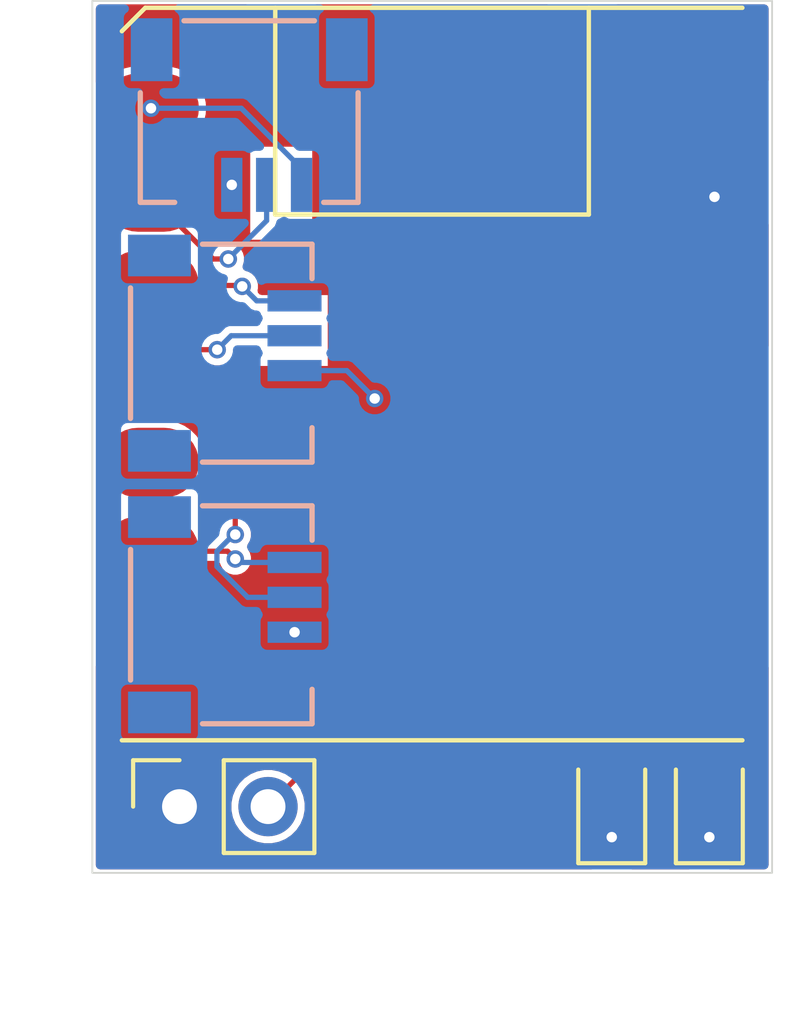
<source format=kicad_pcb>
(kicad_pcb (version 20241229) (generator "pcbnew") (generator_version "9.0")
  (layers (0 "F.Cu" signal) (2 "B.Cu" signal) (13 "F.Paste" user) (15 "B.Paste" user) (5 "F.SilkS" user "F.Silkscreen") (7 "B.SilkS" user "B.Silkscreen") (1 "F.Mask" user) (3 "B.Mask" user) (25 "Edge.Cuts" user))
  (net 0 "")
  (net 1 "Net-(D1-A)")
  (net 2 "GND")
  (net 3 "Net-(D2-A)")
  (net 4 "+3V3")
  (net 5 "/SSTX1")
  (net 6 "/SSRX1")
  (net 7 "/SSRX2")
  (net 8 "/SSTX2")
  (net 9 "/SDA")
  (net 10 "/SCL")
  (net 11 "/ESC")
  (footprint "LED_SMD:LED_0805_2012Metric" (layer "F.Cu") (at 147.1 99.2375 90)
    (property "Reference" "D1" (hide yes))
    (property "Value" "LED")
    (fp_line (start 1 -0.96) (end -1.685 -0.96) (stroke (width 0.12)) (layer "F.SilkS"))
    (fp_line (start -1.685 -0.96) (end -1.685 0.96) (stroke (width 0.12)) (layer "F.SilkS"))
    (fp_line (start -1.685 0.96) (end 1 0.96) (stroke (width 0.12)) (layer "F.SilkS"))
    (pad "1" smd roundrect (at -0.9375 0 90) (size 0.975 1.4) (layers "F.Cu" "F.Mask" "F.Paste") (net 2 "GND"))
    (pad "2" smd roundrect (at 0.9375 0 90) (size 0.975 1.4) (layers "F.Cu" "F.Mask" "F.Paste") (net 1 "Net-(D1-A)"))
  )
  (footprint "LED_SMD:LED_0805_2012Metric" (layer "F.Cu") (at 149.9 99.2375 90)
    (property "Reference" "D2" (hide yes))
    (property "Value" "LED")
    (fp_line (start 1 -0.96) (end -1.685 -0.96) (stroke (width 0.12)) (layer "F.SilkS"))
    (fp_line (start -1.685 -0.96) (end -1.685 0.96) (stroke (width 0.12)) (layer "F.SilkS"))
    (fp_line (start -1.685 0.96) (end 1 0.96) (stroke (width 0.12)) (layer "F.SilkS"))
    (pad "1" smd roundrect (at -0.9375 0 90) (size 0.975 1.4) (layers "F.Cu" "F.Mask" "F.Paste") (net 2 "GND"))
    (pad "2" smd roundrect (at 0.9375 0 90) (size 0.975 1.4) (layers "F.Cu" "F.Mask" "F.Paste") (net 3 "Net-(D2-A)"))
  )
  (footprint "User:XIAO-ESP32C3" (layer "F.Cu") (at 133.0475 97.3985)
    (property "Reference" "U1" (hide yes))
    (property "Value" "XIAO-ESP32C3")
    (fp_line (start 0 0) (end 17.8 0) (stroke (width 0.127)) (layer "F.SilkS"))
    (fp_line (start 0.671541 -21) (end 0 -20.3285) (stroke (width 0.127)) (layer "F.SilkS"))
    (fp_line (start 4.396 -15.072) (end 4.4 -21) (stroke (width 0.127)) (layer "F.SilkS"))
    (fp_line (start 13.395 -21) (end 13.395 -15.072) (stroke (width 0.127)) (layer "F.SilkS"))
    (fp_line (start 13.395 -15.072) (end 4.396 -15.072) (stroke (width 0.127)) (layer "F.SilkS"))
    (fp_line (start 17.8 -21) (end 0.671541 -21) (stroke (width 0.127)) (layer "F.SilkS"))
    (pad "1" smd roundrect (at 0.835 -18.12) (size 2.75 2) (layers "F.Cu" "F.Mask" "F.Paste") (roundrect_rratio 0.5) (net 6 "/SSRX1"))
    (pad "2" smd roundrect (at 0.835 -15.58) (size 2.75 2) (layers "F.Cu" "F.Mask" "F.Paste") (roundrect_rratio 0.5) (net 5 "/SSTX1"))
    (pad "3" smd roundrect (at 0.835 -13.04) (size 2.75 2) (layers "F.Cu" "F.Mask" "F.Paste") (roundrect_rratio 0.5) (net 7 "/SSRX2"))
    (pad "4" smd roundrect (at 0.835 -10.5) (size 2.75 2) (layers "F.Cu" "F.Mask" "F.Paste") (roundrect_rratio 0.5) (net 8 "/SSTX2"))
    (pad "5" smd roundrect (at 0.835 -7.96) (size 2.75 2) (layers "F.Cu" "F.Mask" "F.Paste") (roundrect_rratio 0.5) (net 9 "/SDA"))
    (pad "6" smd roundrect (at 0.835 -5.42) (size 2.75 2) (layers "F.Cu" "F.Mask" "F.Paste") (roundrect_rratio 0.5) (net 10 "/SCL"))
    (pad "7" smd roundrect (at 0.835 -2.88) (size 2.75 2) (layers "F.Cu" "F.Mask" "F.Paste") (roundrect_rratio 0.5))
    (pad "8" smd roundrect (at 17 -2.88) (size 2.75 2) (layers "F.Cu" "F.Mask" "F.Paste") (roundrect_rratio 0.5))
    (pad "9" smd roundrect (at 17 -5.42) (size 2.75 2) (layers "F.Cu" "F.Mask" "F.Paste") (roundrect_rratio 0.5) (net 3 "Net-(D2-A)"))
    (pad "10" smd roundrect (at 17 -7.96) (size 2.75 2) (layers "F.Cu" "F.Mask" "F.Paste") (roundrect_rratio 0.5) (net 1 "Net-(D1-A)"))
    (pad "11" smd roundrect (at 17 -10.5) (size 2.75 2) (layers "F.Cu" "F.Mask" "F.Paste") (roundrect_rratio 0.5) (net 11 "/ESC"))
    (pad "12" smd roundrect (at 17 -13.04) (size 2.75 2) (layers "F.Cu" "F.Mask" "F.Paste") (roundrect_rratio 0.5) (net 4 "+3V3"))
    (pad "13" smd roundrect (at 17 -15.58) (size 2.75 2) (layers "F.Cu" "F.Mask" "F.Paste") (roundrect_rratio 0.5) (net 2 "GND"))
    (pad "14" smd roundrect (at 17 -18.12) (size 2.75 2) (layers "F.Cu" "F.Mask" "F.Paste") (roundrect_rratio 0.5))
    (zone (net 0) (net_name "") (layer "F.Cu") (connect_pads (clearance 0)) (min_thickness 0.01)
      (keepout (tracks not_allowed) (vias not_allowed) (pads not_allowed) (copperpour not_allowed) (footprints allowed))
      (fill (thermal_gap 0.508) (thermal_bridge_width 0.508))
      (polygon (pts (xy 136.032 84.635) (xy 138.953 84.635) (xy 138.953 86.667) (xy 136.032 86.667)))
    )
    (zone (net 0) (net_name "") (layer "F.Cu") (connect_pads (clearance 0)) (min_thickness 0.01)
      (keepout (tracks not_allowed) (vias not_allowed) (pads not_allowed) (copperpour not_allowed) (footprints allowed))
      (fill (thermal_gap 0.508) (thermal_bridge_width 0.508))
      (polygon (pts (xy 136.7305 76.3165) (xy 138.5085 76.3165) (xy 138.5085 78.9835) (xy 136.7305 78.9835)))
    )
    (zone (net 0) (net_name "") (layer "F.Cu") (connect_pads (clearance 0)) (min_thickness 0.01)
      (keepout (tracks not_allowed) (vias not_allowed) (pads not_allowed) (copperpour not_allowed) (footprints allowed))
      (fill (thermal_gap 0.508) (thermal_bridge_width 0.508))
      (polygon (pts (xy 136.7305 80.3805) (xy 138.5085 80.3805) (xy 138.5085 83.0475) (xy 136.7305 83.0475)))
    )
    (zone (net 0) (net_name "") (layer "F.Cu") (connect_pads (clearance 0)) (min_thickness 0.01)
      (keepout (tracks not_allowed) (vias not_allowed) (pads not_allowed) (copperpour not_allowed) (footprints allowed))
      (fill (thermal_gap 0.508) (thermal_bridge_width 0.508))
      (polygon (pts (xy 139.3975 94.2235) (xy 145.1125 94.2235) (xy 145.1125 96.7635) (xy 139.3975 96.7635)))
    )
    (zone (net 0) (net_name "") (layer "F.Cu") (connect_pads (clearance 0)) (min_thickness 0.01)
      (keepout (tracks not_allowed) (vias not_allowed) (pads not_allowed) (copperpour not_allowed) (footprints allowed))
      (fill (thermal_gap 0.508) (thermal_bridge_width 0.508))
      (polygon (pts (xy 142.8265 86.0955) (xy 145.8745 86.0955) (xy 145.8745 89.1435) (xy 142.8265 89.1435)))
    )
    (zone (net 0) (net_name "") (layer "F.Cu") (connect_pads (clearance 0)) (min_thickness 0.01)
      (keepout (tracks not_allowed) (vias not_allowed) (pads not_allowed) (copperpour not_allowed) (footprints allowed))
      (fill (thermal_gap 0.508) (thermal_bridge_width 0.508))
      (polygon (pts (xy 145.3665 76.3165) (xy 147.1445 76.3165) (xy 147.1445 78.9835) (xy 145.3665 78.9835)))
    )
    (zone (net 0) (net_name "") (layer "F.Cu") (connect_pads (clearance 0)) (min_thickness 0.01)
      (keepout (tracks not_allowed) (vias not_allowed) (pads not_allowed) (copperpour not_allowed) (footprints allowed))
      (fill (thermal_gap 0.508) (thermal_bridge_width 0.508))
      (polygon (pts (xy 145.3665 80.3805) (xy 147.1445 80.3805) (xy 147.1445 83.0475) (xy 145.3665 83.0475)))
    )
  )
  (footprint "Connector_PinSocket_2.54mm:PinSocket_1x02_P2.54mm_Vertical" (layer "F.Cu") (at 134.7 99.3 90)
    (property "Reference" "J4" (hide yes))
    (property "Value" "Conn_01x02_Pin")
    (fp_line (start 1.33 -1.33) (end 1.33 0) (stroke (width 0.12)) (layer "F.SilkS"))
    (fp_line (start 0 -1.33) (end 1.33 -1.33) (stroke (width 0.12)) (layer "F.SilkS"))
    (fp_line (start 1.33 1.27) (end 1.33 3.87) (stroke (width 0.12)) (layer "F.SilkS"))
    (fp_line (start -1.33 1.27) (end 1.33 1.27) (stroke (width 0.12)) (layer "F.SilkS"))
    (fp_line (start -1.33 1.27) (end -1.33 3.87) (stroke (width 0.12)) (layer "F.SilkS"))
    (fp_line (start -1.33 3.87) (end 1.33 3.87) (stroke (width 0.12)) (layer "F.SilkS"))
    (pad "1" thru_hole rect (at 0 0 90) (size 1.7 1.7) (drill 1) (layers "*.Cu" "*.Mask") (net 2 "GND"))
    (pad "2" thru_hole circle (at 0 2.54 90) (size 1.7 1.7) (drill 1) (layers "*.Cu" "*.Mask") (net 11 "/ESC"))
  )
  (footprint "User:QWIIC_SNAPSERIAL" (layer "B.Cu") (at 135.8985 86.3 90)
    (property "Reference" "J2" (hide yes))
    (property "Value" "QWIIC/SNAPSERIAL")
    (fp_line (start -1.870359 -2.6035) (end 1.870359 -2.6035) (stroke (width 0.1524)) (layer "B.SilkS"))
    (fp_line (start 3.1242 -0.539061) (end 3.1242 2.6035) (stroke (width 0.1524)) (layer "B.SilkS"))
    (fp_line (start 3.1242 2.6035) (end 2.13754 2.6035) (stroke (width 0.1524)) (layer "B.SilkS"))
    (fp_line (start -2.13754 2.6035) (end -3.1242 2.6035) (stroke (width 0.1524)) (layer "B.SilkS"))
    (fp_line (start -3.1242 2.6035) (end -3.1242 -0.539061) (stroke (width 0.1524)) (layer "B.SilkS"))
    (pad "1" smd rect (at -1.5 2.1015 90) (size 0.6096 1.5494) (layers "B.Cu" "B.Mask" "B.Paste") (net 2 "GND"))
    (pad "2" smd rect (at -0.499999 2.1015 90) (size 0.6096 1.5494) (layers "B.Cu" "B.Mask" "B.Paste") (net 4 "+3V3"))
    (pad "3" smd rect (at 0.499999 2.1015 90) (size 0.6096 1.5494) (layers "B.Cu" "B.Mask" "B.Paste") (net 8 "/SSTX2"))
    (pad "4" smd rect (at 1.5 2.1015 90) (size 0.6096 1.5494) (layers "B.Cu" "B.Mask" "B.Paste") (net 7 "/SSRX2"))
    (pad "5" smd rect (at -2.799999 -1.773501 90) (size 1.1938 1.8034) (layers "B.Cu" "B.Mask" "B.Paste"))
    (pad "6" smd rect (at 2.799999 -1.773501 90) (size 1.1938 1.8034) (layers "B.Cu" "B.Mask" "B.Paste"))
  )
  (footprint "User:QWIIC_SNAPSERIAL" (layer "B.Cu") (at 136.699999 79.373501)
    (property "Reference" "J1" (hide yes))
    (property "Value" "QWIIC/SNAPSERIAL")
    (fp_line (start -3.1242 2.6035) (end -3.1242 -0.539061) (stroke (width 0.1524)) (layer "B.SilkS"))
    (fp_line (start -2.13754 2.6035) (end -3.1242 2.6035) (stroke (width 0.1524)) (layer "B.SilkS"))
    (fp_line (start -1.870359 -2.6035) (end 1.870359 -2.6035) (stroke (width 0.1524)) (layer "B.SilkS"))
    (fp_line (start 3.1242 -0.539061) (end 3.1242 2.6035) (stroke (width 0.1524)) (layer "B.SilkS"))
    (fp_line (start 3.1242 2.6035) (end 2.13754 2.6035) (stroke (width 0.1524)) (layer "B.SilkS"))
    (pad "1" smd rect (at -1.5 2.1015) (size 0.6096 1.5494) (layers "B.Cu" "B.Mask" "B.Paste") (net 2 "GND"))
    (pad "2" smd rect (at -0.499999 2.1015) (size 0.6096 1.5494) (layers "B.Cu" "B.Mask" "B.Paste") (net 4 "+3V3"))
    (pad "3" smd rect (at 0.499999 2.1015) (size 0.6096 1.5494) (layers "B.Cu" "B.Mask" "B.Paste") (net 5 "/SSTX1"))
    (pad "4" smd rect (at 1.5 2.1015) (size 0.6096 1.5494) (layers "B.Cu" "B.Mask" "B.Paste") (net 6 "/SSRX1"))
    (pad "5" smd rect (at -2.799999 -1.773501) (size 1.1938 1.8034) (layers "B.Cu" "B.Mask" "B.Paste"))
    (pad "6" smd rect (at 2.799999 -1.773501) (size 1.1938 1.8034) (layers "B.Cu" "B.Mask" "B.Paste"))
  )
  (footprint "User:QWIIC_SNAPSERIAL" (layer "B.Cu") (at 135.9 93.8 90)
    (property "Reference" "J3" (hide yes))
    (property "Value" "QWIIC/SNAPSERIAL")
    (fp_line (start -1.870359 -2.6035) (end 1.870359 -2.6035) (stroke (width 0.1524)) (layer "B.SilkS"))
    (fp_line (start 3.1242 -0.539061) (end 3.1242 2.6035) (stroke (width 0.1524)) (layer "B.SilkS"))
    (fp_line (start 3.1242 2.6035) (end 2.13754 2.6035) (stroke (width 0.1524)) (layer "B.SilkS"))
    (fp_line (start -2.13754 2.6035) (end -3.1242 2.6035) (stroke (width 0.1524)) (layer "B.SilkS"))
    (fp_line (start -3.1242 2.6035) (end -3.1242 -0.539061) (stroke (width 0.1524)) (layer "B.SilkS"))
    (pad "1" smd rect (at -1.5 2.1015 90) (size 0.6096 1.5494) (layers "B.Cu" "B.Mask" "B.Paste") (net 2 "GND"))
    (pad "2" smd rect (at -0.499999 2.1015 90) (size 0.6096 1.5494) (layers "B.Cu" "B.Mask" "B.Paste") (net 4 "+3V3"))
    (pad "3" smd rect (at 0.499999 2.1015 90) (size 0.6096 1.5494) (layers "B.Cu" "B.Mask" "B.Paste") (net 9 "/SDA"))
    (pad "4" smd rect (at 1.5 2.1015 90) (size 0.6096 1.5494) (layers "B.Cu" "B.Mask" "B.Paste") (net 10 "/SCL"))
    (pad "5" smd rect (at -2.799999 -1.773501 90) (size 1.1938 1.8034) (layers "B.Cu" "B.Mask" "B.Paste"))
    (pad "6" smd rect (at 2.799999 -1.773501 90) (size 1.1938 1.8034) (layers "B.Cu" "B.Mask" "B.Paste"))
  )
  (gr_rect (start 132.2 76.2) (end 151.7 101.2) (stroke (width 0.05)) (fill no) (layer "Edge.Cuts"))
  (segment (start 147.1 98.3) (end 148 97.4) (width 0.15) (layer "F.Cu") (net 1))
  (segment (start 148 97.4) (end 148 91.486) (width 0.15) (layer "F.Cu") (net 1))
  (segment (start 148 91.486) (end 150.0475 89.4385) (width 0.15) (layer "F.Cu") (net 1))
  (via (at 150.0475 81.8185) (size 0.5) (drill 0.3) (layers "F.Cu" "B.Cu") (net 2))
  (via (at 147.1 100.175) (size 0.5) (drill 0.3) (layers "F.Cu" "B.Cu") (net 2))
  (via (at 149.9 100.175) (size 0.5) (drill 0.3) (layers "F.Cu" "B.Cu") (net 2))
  (segment (start 149.9 98.3) (end 149.3 98.3) (width 0.15) (layer "F.Cu") (net 3))
  (segment (start 149.3 98.3) (end 148.3965 97.3965) (width 0.15) (layer "F.Cu") (net 3))
  (segment (start 148.3965 93.6295) (end 150.0475 91.9785) (width 0.15) (layer "F.Cu") (net 3))
  (segment (start 148.3965 97.3965) (end 148.3965 93.6295) (width 0.15) (layer "F.Cu") (net 3))
  (via (at 136.2 81.475001) (size 0.5) (drill 0.3) (layers "F.Cu" "B.Cu") (net 4))
  (via (at 138.0015 94.299999) (size 0.5) (drill 0.3) (layers "F.Cu" "B.Cu") (net 4))
  (via (at 140.3 87.6) (size 0.5) (drill 0.3) (layers "F.Cu" "B.Cu") (net 4))
  (segment (start 138 86.799999) (end 139.499999 86.799999) (width 0.15) (layer "B.Cu") (net 4))
  (segment (start 139.499999 86.799999) (end 140.3 87.6) (width 0.15) (layer "B.Cu") (net 4))
  (segment (start 135.664 83.6) (end 133.8825 81.8185) (width 0.15) (layer "F.Cu") (net 5))
  (segment (start 136.1 83.6) (end 135.664 83.6) (width 0.15) (layer "F.Cu") (net 5))
  (via (at 136.1 83.6) (size 0.5) (drill 0.3) (layers "F.Cu" "B.Cu") (net 5))
  (segment (start 137.199998 81.475001) (end 137.199998 82.500002) (width 0.15) (layer "B.Cu") (net 5))
  (segment (start 137.199998 82.500002) (end 136.1 83.6) (width 0.15) (layer "B.Cu") (net 5))
  (via (at 133.8825 79.2785) (size 0.5) (drill 0.3) (layers "F.Cu" "B.Cu") (net 6))
  (segment (start 136.473398 79.2785) (end 133.8825 79.2785) (width 0.15) (layer "B.Cu") (net 6))
  (segment (start 138.199999 81.475001) (end 138.199999 81.005101) (width 0.15) (layer "B.Cu") (net 6))
  (segment (start 138.199999 81.005101) (end 136.473398 79.2785) (width 0.15) (layer "B.Cu") (net 6))
  (segment (start 136.4735 84.3585) (end 133.8825 84.3585) (width 0.15) (layer "F.Cu") (net 7))
  (segment (start 136.5 84.385) (end 136.4735 84.3585) (width 0.15) (layer "F.Cu") (net 7))
  (via (at 136.5 84.385) (size 0.5) (drill 0.3) (layers "F.Cu" "B.Cu") (net 7))
  (segment (start 136.915 84.8) (end 136.5 84.385) (width 0.15) (layer "B.Cu") (net 7))
  (segment (start 138 84.8) (end 136.915 84.8) (width 0.15) (layer "B.Cu") (net 7))
  (segment (start 135.782 86.2) (end 134.581 86.2) (width 0.15) (layer "F.Cu") (net 8))
  (segment (start 134.581 86.2) (end 133.8825 86.8985) (width 0.15) (layer "F.Cu") (net 8))
  (via (at 135.782 86.2) (size 0.5) (drill 0.3) (layers "F.Cu" "B.Cu") (net 8))
  (segment (start 136.181999 85.800001) (end 135.782 86.2) (width 0.15) (layer "B.Cu") (net 8))
  (segment (start 138 85.800001) (end 136.181999 85.800001) (width 0.15) (layer "B.Cu") (net 8))
  (segment (start 136.3 90.3) (end 135.4385 89.4385) (width 0.15) (layer "F.Cu") (net 9))
  (segment (start 136.3 91.499997) (end 136.3 90.3) (width 0.15) (layer "F.Cu") (net 9))
  (segment (start 135.4385 89.4385) (end 133.8825 89.4385) (width 0.15) (layer "F.Cu") (net 9))
  (via (at 136.3 91.499997) (size 0.5) (drill 0.3) (layers "F.Cu" "B.Cu") (net 9))
  (segment (start 136.256126 91.499997) (end 136.3 91.499997) (width 0.15) (layer "B.Cu") (net 9))
  (segment (start 135.774 92.417877) (end 135.774 91.982123) (width 0.15) (layer "B.Cu") (net 9))
  (segment (start 136.656124 93.300001) (end 135.774 92.417877) (width 0.15) (layer "B.Cu") (net 9))
  (segment (start 138.0015 93.300001) (end 136.656124 93.300001) (width 0.15) (layer "B.Cu") (net 9))
  (segment (start 135.774 91.982123) (end 136.256126 91.499997) (width 0.15) (layer "B.Cu") (net 9))
  (segment (start 136.0785 91.9785) (end 136.3 92.2) (width 0.15) (layer "F.Cu") (net 10))
  (segment (start 133.8825 91.9785) (end 136.0785 91.9785) (width 0.15) (layer "F.Cu") (net 10))
  (via (at 136.3 92.2) (size 0.5) (drill 0.3) (layers "F.Cu" "B.Cu") (net 10))
  (segment (start 136.3 92.2) (end 136.4 92.3) (width 0.15) (layer "B.Cu") (net 10))
  (segment (start 136.4 92.3) (end 138.0015 92.3) (width 0.15) (layer "B.Cu") (net 10))
  (segment (start 139.14 97.4) (end 147.5 97.4) (width 0.15) (layer "F.Cu") (net 11))
  (segment (start 137.24 99.3) (end 139.14 97.4) (width 0.15) (layer "F.Cu") (net 11))
  (segment (start 147.5 97.4) (end 147.649 97.251) (width 0.15) (layer "F.Cu") (net 11))
  (segment (start 147.649 97.251) (end 147.649 89.297) (width 0.15) (layer "F.Cu") (net 11))
  (segment (start 147.649 89.297) (end 150.0475 86.8985) (width 0.15) (layer "F.Cu") (net 11))
  (zone (net 4) (net_name "+3V3") (layer "F.Cu") (connect_pads yes (clearance 0.2)) (min_thickness 0.25) (fill yes (thermal_gap 0.5) (thermal_bridge_width 0.5))
    (polygon (pts (xy 132.3 101.1) (xy 151.6 101.1) (xy 151.6 76.3) (xy 132.3 76.3)))
  )
  (zone (net 2) (net_name "GND") (layer "B.Cu") (connect_pads yes (clearance 0.2)) (min_thickness 0.25) (fill yes (thermal_gap 0.5) (thermal_bridge_width 0.5))
    (polygon (pts (xy 132.3 101.1) (xy 151.6 101.1) (xy 151.6 76.3) (xy 132.3 76.3)))
  )
)
</source>
